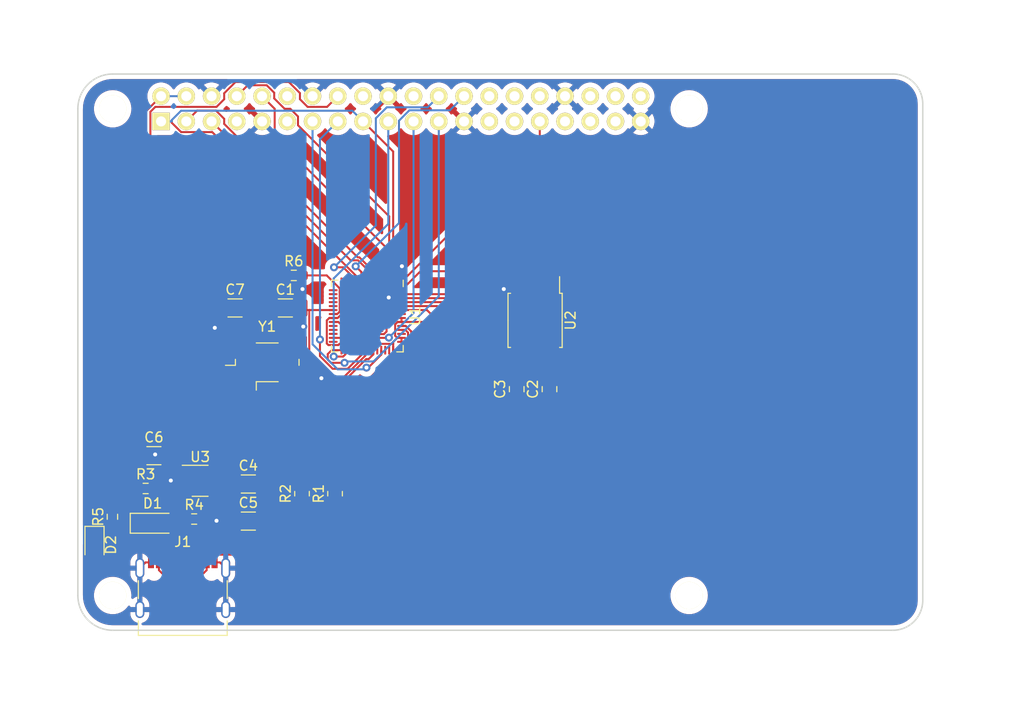
<source format=kicad_pcb>
(kicad_pcb (version 20211014) (generator pcbnew)
  (layers (0 "F.Cu" signal) (31 "B.Cu" signal) (34 "B.Paste" user) (35 "F.Paste" user) (36 "B.SilkS" user "B.Silkscreen") (37 "F.SilkS" user "F.Silkscreen") (38 "B.Mask" user) (39 "F.Mask" user) (44 "Edge.Cuts" user))
  (net 0 "")
  (net 14 "Net-(U1-Pad23)")
  (net 22 "GPIO2")
  (net 23 "GPIO6")
  (net 24 "GPIO4")
  (net 25 "GPIO3")
  (net 26 "GPIO5")
  (net 27 "GND")
  (net 32 "USB_DP")
  (net 33 "USB_DM")
  (net 34 "VBUS")
  (net 35 "Net-(U1-Pad47)")
  (net 36 "Net-(U1-Pad46)")
  (net 37 "RUN")
  (net 38 "QSPI_SCLK")
  (net 39 "QSPI_SS")
  (net 40 "QSPI_SD1")
  (net 41 "QSPI_SD2")
  (net 42 "QSPI_SD0")
  (net 43 "QSPI_SD3")
  (net 44 "VSYS")
  (net 45 "Net-(R3-Pad2)")
  (net 47 "+3V3")
  (net 48 "GPIO8")
  (net 49 "GPIO11")
  (net 50 "GPIO7")
  (net 51 "GPIO17")
  (net 52 "GPIO18")
  (net 53 "GPIO27")
  (net 54 "GPIO23")
  (net 55 "GPIO22")
  (net 56 "I2C0_SCL")
  (net 57 "I2C0_SDA")
  (net 58 "SPI0_SCK")
  (net 59 "SPI0_MISO")
  (net 60 "RX")
  (net 61 "TX")
  (net 62 "SPI0_MOSI")
  (net 63 "SPI0_SS")
  (net 64 "SPI1_MOSI")
  (net 65 "SPI1_SCK")
  (net 66 "SPI1_SS")
  (net 67 "SPI1_MISO")
  (net 68 "GPIO21")
  (net 69 "GPIO20")
  (net 70 "GPIO10")
  (net 71 "GPIO9")
  (net 72 "Net-(D2-Pad1)")
  (net 73 "GPIO25")
  (net 74 "XIN")
  (net 75 "Net-(C7-Pad2)")
  (net 76 "XOUT")
  (footprint "Resistor_SMD:R_0603_1608Metric_Pad0.98x0.95mm_HandSolder" (layer "F.Cu") (at 112.3 105.75 90)
    (fp_text reference "R5")
    (fp_text value "470R")
  )
  (footprint "Resistor_SMD:R_0603_1608Metric_Pad0.98x0.95mm_HandSolder" (layer "F.Cu") (at 130.55 81.45)
    (fp_text reference "R6")
    (fp_text value "1K")
  )
  (footprint "Resistor_SMD:R_0603_1608Metric_Pad0.98x0.95mm_HandSolder" (layer "F.Cu") (at 115.645 102.9)
    (fp_text reference "R3")
    (fp_text value "10K")
  )
  (footprint "LED_SMD:LED_0805_2012Metric_Pad1.15x1.40mm_HandSolder" (layer "F.Cu") (at 110.5 108.575 -90)
    (fp_text reference "D2")
    (fp_text value "GREEN")
  )
  (footprint "Package_DFN_QFN:QFN-56-1EP_7x7mm_P0.4mm_EP3.2x3.2mm" (layer "F.Cu") (at 137.9474 85.5372 -90)
    (fp_text reference "U1")
    (fp_text value "RP2040")
  )
  (footprint "Resistor_SMD:R_0603_1608Metric_Pad0.98x0.95mm_HandSolder" (layer "F.Cu") (at 120.525 105.975)
    (fp_text reference "R4")
    (fp_text value "10K")
  )
  (footprint "Capacitor_SMD:C_0805_2012Metric_Pad1.18x1.45mm_HandSolder" (layer "F.Cu") (at 152.975 92.9 90)
    (fp_text reference "C3")
    (fp_text value "100n")
  )
  (footprint "Resistor_SMD:R_0805_2012Metric_Pad1.20x1.40mm_HandSolder" (layer "F.Cu") (at 131.375 103.425 90)
    (fp_text reference "R2")
    (fp_text value "27R")
  )
  (footprint "Package_SO:SOIC-8_5.23x5.23mm_P1.27mm" (layer "F.Cu") (at 154.825 85.975 -90)
    (fp_text reference "U2")
    (fp_text value "W25Q32JVSS")
  )
  (footprint "Raspberry-Pi-4-library-for-kicad:raspberrypi_2_3" (layer "F.Cu") (at 141.3256 64.674)
    (fp_text reference "RP1")
    (fp_text value "Raspberry_Pi_2_3")
    (fp_line (start 52.5 49.5) (end 52.5 -0.5) (layer "Edge.Cuts") (width 0.15))
    (fp_line (start -29 52.5) (end 49.5 52.5) (layer "Edge.Cuts") (width 0.15))
    (fp_line (start 49.5 -3.5) (end -29 -3.5) (layer "Edge.Cuts") (width 0.15))
    (fp_line (start -32.5 49) (end -32.5 0) (layer "Edge.Cuts") (width 0.15))
    (fp_arc (start 52.5 49.5) (mid 51.62132 51.62132) (end 49.5 52.5) (layer "Edge.Cuts") (width 0.15))
    (fp_arc (start 49.5 -3.5) (mid 51.62132 -2.62132) (end 52.5 -0.5) (layer "Edge.Cuts") (width 0.15))
    (fp_arc (start -29 52.5) (mid -31.474874 51.474874) (end -32.5 49) (layer "Edge.Cuts") (width 0.15))
    (fp_arc (start -32.5 0) (mid -31.474874 -2.474874) (end -29 -3.5) (layer "Edge.Cuts") (width 0.15))
  )
  (footprint "Resistor_SMD:R_0805_2012Metric_Pad1.20x1.40mm_HandSolder" (layer "F.Cu") (at 134.7 103.425 90)
    (fp_text reference "R1")
    (fp_text value "27R")
  )
  (footprint "Capacitor_SMD:C_1206_3216Metric_Pad1.33x1.80mm_HandSolder" (layer "F.Cu") (at 124.6375 84.725)
    (fp_text reference "C7")
    (fp_text value "15p")
  )
  (footprint "Capacitor_SMD:C_0805_2012Metric_Pad1.18x1.45mm_HandSolder" (layer "F.Cu") (at 156.275 92.9 90)
    (fp_text reference "C2")
    (fp_text value "2.2u")
  )
  (footprint "Capacitor_SMD:C_1206_3216Metric_Pad1.33x1.80mm_HandSolder" (layer "F.Cu") (at 129.7 84.725)
    (fp_text reference "C1")
    (fp_text value "15p")
  )
  (footprint "Diode_SMD:D_SOD-123" (layer "F.Cu") (at 116.345 106.4)
    (fp_text reference "D1")
    (fp_text value "MBR0540")
  )
  (footprint "Capacitor_SMD:C_1206_3216Metric_Pad1.33x1.80mm_HandSolder" (layer "F.Cu") (at 125.975 106.1838)
    (fp_text reference "C5")
    (fp_text value "10u")
  )
  (footprint "Capacitor_SMD:C_1206_3216Metric_Pad1.33x1.80mm_HandSolder" (layer "F.Cu") (at 125.975 102.45)
    (fp_text reference "C4")
    (fp_text value "10u")
  )
  (footprint "Capacitor_SMD:C_1206_3216Metric_Pad1.33x1.80mm_HandSolder" (layer "F.Cu") (at 116.475 99.6)
    (fp_text reference "C6")
    (fp_text value "10u")
  )
  (footprint "Package_TO_SOT_SMD:SOT-23-5" (layer "F.Cu") (at 121.125 102.125)
    (fp_text reference "U3")
    (fp_text value "AP2112K-3.3")
  )
  (footprint "Connector_USB:USB_C_Receptacle_Palconn_UTC16-G" (layer "F.Cu") (at 119.38 112.8522)
    (fp_text reference "J1")
    (fp_text value "USB_C_Receptacle_USB2.0")
  )
  (footprint "Crystal:Crystal_SMD_0603-4Pin_6.0x3.5mm_HandSoldering" (layer "F.Cu") (at 127.875 90.2)
    (fp_text reference "Y1")
    (fp_text value "12MHz")
  )
  (segment (start 136.2481 87.358) (end 135.0273 86.1372) (width 0.2) (layer "F.Cu") (net 14))
  (segment (start 139.622 87.358) (end 136.2481 87.358) (width 0.2) (layer "F.Cu") (net 14))
  (segment (start 141.3849 85.3372) (end 140.9425 85.3372) (width 0.2) (layer "F.Cu") (net 14))
  (segment (start 139.8829 87.0971) (end 139.622 87.358) (width 0.2) (layer "F.Cu") (net 14))
  (segment (start 135.0273 86.1372) (end 134.5099 86.1372) (width 0.2) (layer "F.Cu") (net 14))
  (segment (start 140.9425 85.3372) (end 139.8829 86.3968) (width 0.2) (layer "F.Cu") (net 14))
  (segment (start 139.8829 86.3968) (end 139.8829 87.0971) (width 0.2) (layer "F.Cu") (net 14))
  (segment (start 137.7474 82.4984) (end 138.0128 82.7638) (width 0.2) (layer "F.Cu") (net 23))
  (segment (start 155.2956 68.189) (end 155.2956 65.944) (width 0.2) (layer "F.Cu") (net 23))
  (segment (start 140.7208 82.7638) (end 155.2956 68.189) (width 0.2) (layer "F.Cu") (net 23))
  (segment (start 137.7474 82.0997) (end 137.7474 82.4984) (width 0.2) (layer "F.Cu") (net 23))
  (segment (start 138.0128 82.7638) (end 140.7208 82.7638) (width 0.2) (layer "F.Cu") (net 23))
  (segment (start 122.58 110.342) (end 123.12 110.342) (width 0.2) (layer "F.Cu") (net 27))
  (segment (start 115.64 110.342) (end 115.06 110.922) (width 0.2) (layer "F.Cu") (net 27))
  (segment (start 116.18 110.342) (end 115.64 110.342) (width 0.2) (layer "F.Cu") (net 27))
  (segment (start 123.12 110.342) (end 123.7 110.922) (width 0.2) (layer "F.Cu") (net 27))
  (via (at 122.6 86.725) (size 0.8) (drill 0.4) (layers "F.Cu" "B.Cu") (net 27))
  (via (at 131.425 82.825) (size 0.8) (drill 0.4) (layers "F.Cu" "B.Cu") (net 27))
  (via (at 151.675 82.825) (size 0.8) (drill 0.4) (layers "F.Cu" "B.Cu") (net 27))
  (via (at 141.425 80.525) (size 0.8) (drill 0.4) (layers "F.Cu" "B.Cu") (net 27))
  (via (at 131.5 86.6) (size 0.8) (drill 0.4) (layers "F.Cu" "B.Cu") (net 27))
  (via (at 118.175 102.1) (size 0.8) (drill 0.4) (layers "F.Cu" "B.Cu") (net 27))
  (via (at 140.1 83.675) (size 0.8) (drill 0.4) (layers "F.Cu" "B.Cu") (net 27))
  (via (at 122.775 106.15) (size 0.8) (drill 0.4) (layers "F.Cu" "B.Cu") (net 27))
  (via (at 133.325 91.8) (size 0.8) (drill 0.4) (layers "F.Cu" "B.Cu") (net 27))
  (via (at 116.6 99.475) (size 0.8) (drill 0.4) (layers "F.Cu" "B.Cu") (net 27))
  (segment (start 120.13 109.562) (end 129.563 109.562) (width 0.2) (layer "F.Cu") (net 32))
  (segment (start 120.13 110.3422) (end 120.13 109.562) (width 0.2) (layer "F.Cu") (net 32))
  (segment (start 120.13 111.122) (end 120.13 110.3422) (width 0.2) (layer "F.Cu") (net 32))
  (segment (start 119.13 110.3422) (end 119.13 111.122) (width 0.2) (layer "F.Cu") (net 32))
  (segment (start 119.13 111.122) (end 120.13 111.122) (width 0.2) (layer "F.Cu") (net 32))
  (segment (start 119.13 110.342) (end 119.13 110.3422) (width 0.2) (layer "F.Cu") (net 32))
  (segment (start 129.563 109.562) (end 134.7 104.425) (width 0.2) (layer "F.Cu") (net 32))
  (segment (start 126.738 109.062) (end 131.375 104.425) (width 0.2) (layer "F.Cu") (net 33))
  (segment (start 118.63 109.562) (end 119.63 109.562) (width 0.2) (layer "F.Cu") (net 33))
  (segment (start 118.63 110.342) (end 118.63 109.562) (width 0.2) (layer "F.Cu") (net 33))
  (segment (start 118.63 110.342) (end 118.63 110.3422) (width 0.2) (layer "F.Cu") (net 33))
  (segment (start 120.13 109.062) (end 126.738 109.062) (width 0.2) (layer "F.Cu") (net 33))
  (segment (start 119.63 109.562) (end 120.13 109.062) (width 0.2) (layer "F.Cu") (net 33))
  (segment (start 119.63 110.342) (end 119.63 109.562) (width 0.2) (layer "F.Cu") (net 33))
  (segment (start 119.63 110.342) (end 119.63 110.3422) (width 0.2) (layer "F.Cu") (net 33))
  (segment (start 119.6125 105.975) (end 119.4 106.1875) (width 0.2) (layer "F.Cu") (net 34))
  (segment (start 119.188 106.4) (end 119.4 106.188) (width 0.2) (layer "F.Cu") (net 34))
  (segment (start 117.995 106.4) (end 117.345 106.4) (width 0.2) (layer "F.Cu") (net 34))
  (segment (start 117.299 111.442) (end 121.461 111.442) (width 0.2) (layer "F.Cu") (net 34))
  (segment (start 121.78 111.122) (end 121.78 110.3422) (width 0.2) (layer "F.Cu") (net 34))
  (segment (start 117.995 106.4) (end 119.188 106.4) (width 0.2) (layer "F.Cu") (net 34))
  (segment (start 119.4 106.1875) (end 119.4 106.188) (width 0.2) (layer "F.Cu") (net 34))
  (segment (start 116.98 110.3422) (end 116.98 111.122) (width 0.2) (layer "F.Cu") (net 34))
  (segment (start 117.345 106.4) (end 116.98 106.765) (width 0.2) (layer "F.Cu") (net 34))
  (segment (start 116.98 111.122) (end 117.299 111.442) (width 0.2) (layer "F.Cu") (net 34))
  (segment (start 116.98 106.765) (end 116.98 110.3422) (width 0.2) (layer "F.Cu") (net 34))
  (segment (start 121.78 110.3422) (end 121.78 110.342) (width 0.2) (layer "F.Cu") (net 34))
  (segment (start 121.461 111.442) (end 121.78 111.122) (width 0.2) (layer "F.Cu") (net 34))
  (segment (start 141.385 86.5372) (end 141.3849 86.5372) (width 0.2) (layer "F.Cu") (net 35))
  (segment (start 142.366 87.0877) (end 142.366 94.7594) (width 0.2) (layer "F.Cu") (net 35))
  (segment (start 142.366 94.7594) (end 134.7 102.425) (width 0.2) (layer "F.Cu") (net 35))
  (segment (start 141.385 86.5372) (end 141.815 86.5372) (width 0.2) (layer "F.Cu") (net 35))
  (segment (start 141.815 86.5372) (end 142.366 87.0877) (width 0.2) (layer "F.Cu") (net 35))
  (segment (start 142.044 91.7556) (end 142.044 87.2052) (width 0.2) (layer "F.Cu") (net 36))
  (segment (start 141.776 86.9372) (end 141.385 86.9372) (width 0.2) (layer "F.Cu") (net 36))
  (segment (start 142.044 87.2052) (end 141.776 86.9372) (width 0.2) (layer "F.Cu") (net 36))
  (segment (start 131.375 102.425) (end 142.044 91.7556) (width 0.2) (layer "F.Cu") (net 36))
  (segment (start 141.385 86.9372) (end 141.3849 86.9372) (width 0.2) (layer "F.Cu") (net 36))
  (segment (start 144.9633 84.5372) (end 151.021 90.5949) (width 0.2) (layer "F.Cu") (net 38))
  (segment (start 153.2708 90.5949) (end 154.19 89.6757) (width 0.2) (layer "F.Cu") (net 38))
  (segment (start 154.19 89.6757) (end 154.19 89.575) (width 0.2) (layer "F.Cu") (net 38))
  (segment (start 141.3849 84.5372) (end 144.9633 84.5372) (width 0.2) (layer "F.Cu") (net 38))
  (segment (start 151.021 90.5949) (end 153.2708 90.5949) (width 0.2) (layer "F.Cu") (net 38))
  (segment (start 143.2952 81.0269) (end 155.4812 81.0269) (width 0.2) (layer "F.Cu") (net 39))
  (segment (start 155.4812 81.0269) (end 156.73 82.2757) (width 0.2) (layer "F.Cu") (net 39))
  (segment (start 156.73 82.2757) (end 156.73 82.375) (width 0.2) (layer "F.Cu") (net 39))
  (segment (start 141.3849 82.9372) (end 143.2952 81.0269) (width 0.2) (layer "F.Cu") (net 39))
  (segment (start 154.5477 81.3652) (end 155.46 82.2775) (width 0.2) (layer "F.Cu") (net 40))
  (segment (start 149.8713 83.3372) (end 151.8433 81.3652) (width 0.2) (layer "F.Cu") (net 40))
  (segment (start 151.8433 81.3652) (end 154.5477 81.3652) (width 0.2) (layer "F.Cu") (net 40))
  (segment (start 141.3849 83.3372) (end 149.8713 83.3372) (width 0.2) (layer "F.Cu") (net 40))
  (segment (start 155.46 82.2775) (end 155.46 82.375) (width 0.2) (layer "F.Cu") (net 40))
  (segment (start 154.19 82.4493) (end 154.19 82.375) (width 0.2) (layer "F.Cu") (net 41))
  (segment (start 141.3849 83.7372) (end 152.9021 83.7372) (width 0.2) (layer "F.Cu") (net 41))
  (segment (start 152.9021 83.7372) (end 154.19 82.4493) (width 0.2) (layer "F.Cu") (net 41))
  (segment (start 141.3849 84.1372) (end 147.4822 84.1372) (width 0.2) (layer "F.Cu") (net 42))
  (segment (start 147.4822 84.1372) (end 152.92 89.575) (width 0.2) (layer "F.Cu") (net 42))
  (segment (start 155.46 89.6499) (end 155.46 89.575) (width 0.2) (layer "F.Cu") (net 43))
  (segment (start 149.9544 90.9436) (end 154.1663 90.9436) (width 0.2) (layer "F.Cu") (net 43))
  (segment (start 154.1663 90.9436) (end 155.46 89.6499) (width 0.2) (layer "F.Cu") (net 43))
  (segment (start 141.3849 84.9372) (end 143.948 84.9372) (width 0.2) (layer "F.Cu") (net 43))
  (segment (start 143.948 84.9372) (end 149.9544 90.9436) (width 0.2) (layer "F.Cu") (net 43))
  (segment (start 115.1053 99.793) (end 115.2985 99.986) (width 0.2) (layer "F.Cu") (net 44))
  (segment (start 114.9123 99.6002) (end 114.912 99.6) (width 0.2) (layer "F.Cu") (net 44))
  (segment (start 119.9875 101.175) (end 119.988 101.175) (width 0.2) (layer "F.Cu") (net 44))
  (segment (start 114.9123 99.6002) (end 115.1053 99.793) (width 0.2) (layer "F.Cu") (net 44))
  (segment (start 115.685 100.372) (end 115.2985 99.986) (width 0.2) (layer "F.Cu") (net 44))
  (segment (start 116.458 101.175) (end 119.9875 101.175) (width 0.2) (layer "F.Cu") (net 44))
  (segment (start 114.7323 102.8998) (end 114.732 102.9) (width 0.2) (layer "F.Cu") (net 44))
  (segment (start 117.1958 63.404) (end 117.196 63.4042) (width 0.2) (layer "F.Cu") (net 44))
  (segment (start 114.9125 99.6) (end 114.9123 99.6002) (width 0.2) (layer "F.Cu") (net 44))
  (segment (start 116.458 101.145) (end 116.458 101.175) (width 0.2) (layer "F.Cu") (net 44))
  (segment (start 114.695 105.6) (end 114.695 106.4) (width 0.2) (layer "F.Cu") (net 44))
  (segment (start 114.912 99.6) (end 114.9123 99.6002) (width 0.2) (layer "F.Cu") (net 44))
  (segment (start 115.2985 99.986) (end 115.685 100.372) (width 0.2) (layer "F.Cu") (net 44))
  (segment (start 115.685 100.372) (end 116.458 101.145) (width 0.2) (layer "F.Cu") (net 44))
  (segment (start 115.2985 99.986) (end 115.1053 99.793) (width 0.2) (layer "F.Cu") (net 44))
  (segment (start 114.7325 102.9) (end 114.7323 102.8998) (width 0.2) (layer "F.Cu") (net 44))
  (segment (start 117.1956 63.404) (end 117.1958 63.404) (width 0.2) (layer "F.Cu") (net 44))
  (segment (start 114.732 105.562) (end 114.695 105.6) (width 0.2) (layer "F.Cu") (net 44))
  (segment (start 115.1053 99.793) (end 114.9123 99.6002) (width 0.2) (layer "F.Cu") (net 44))
  (segment (start 114.732 102.9) (end 114.732 105.562) (width 0.2) (layer "F.Cu") (net 44))
  (segment (start 116.458 101.175) (end 114.7323 102.8998) (width 0.2) (layer "F.Cu") (net 44))
  (segment (start 114.912 65.6871) (end 117.196 63.4042) (width 0.2) (layer "F.Cu") (net 44))
  (segment (start 114.912 99.6) (end 114.912 65.6871) (width 0.2) (layer "F.Cu") (net 44))
  (segment (start 119.7356 63.404) (end 119.736 63.404) (width 0.2) (layer "B.Cu") (net 44))
  (segment (start 117.196 63.404) (end 119.7356 63.404) (width 0.2) (layer "B.Cu") (net 44))
  (segment (start 117.196 63.404) (end 117.1956 63.404) (width 0.2) (layer "B.Cu") (net 44))
  (segment (start 119.988 103.075) (end 119.9875 103.075) (width 0.2) (layer "F.Cu") (net 45))
  (segment (start 116.5575 102.9005) (end 116.5575 102.9) (width 0.2) (layer "F.Cu") (net 45))
  (segment (start 119.9875 103.075) (end 116.732 103.075) (width 0.2) (layer "F.Cu") (net 45))
  (segment (start 116.645 102.988) (end 116.5575 102.9005) (width 0.2) (layer "F.Cu") (net 45))
  (segment (start 116.732 103.075) (end 116.645 102.988) (width 0.2) (layer "F.Cu") (net 45))
  (segment (start 140.5474 88.1491) (end 140.5474 88.3368) (width 0.2) (layer "F.Cu") (net 47))
  (segment (start 135.0264 88.4582) (end 134.0228 88.4582) (width 0.2) (layer "F.Cu") (net 47))
  (segment (start 136.9474 88.4928) (end 136.7914 88.3368) (width 0.2) (layer "F.Cu") (net 47))
  (segment (start 140.5474 82.0997) (end 140.5474 68.9758) (width 0.2) (layer "F.Cu") (net 47))
  (segment (start 140.9593 87.7372) (end 140.5474 88.1491) (width 0.2) (layer "F.Cu") (net 47))
  (segment (start 136.9474 82.0997) (end 136.9474 81.6269) (width 0.2) (layer "F.Cu") (net 47))
  (segment (start 140.747 86.3835) (end 140.747 87.5249) (width 0.2) (layer "F.Cu") (net 47))
  (segment (start 136.9474 81.6269) (end 122.3396 67.0191) (width 0.2) (layer "F.Cu") (net 47))
  (segment (start 156.275 91.8625) (end 156.275 90.03) (width 0.2) (layer "F.Cu") (net 47))
  (segment (start 140.5474 88.3368) (end 137.1034 88.3368) (width 0.2) (layer "F.Cu") (net 47))
  (segment (start 140.9933 86.1372) (end 140.747 86.3835) (width 0.2) (layer "F.Cu") (net 47))
  (segment (start 122.3396 67.0191) (end 119.2113 67.0191) (width 0.2) (layer "F.Cu") (net 47))
  (segment (start 152.975 91.8625) (end 150.1601 91.8625) (width 0.2) (layer "F.Cu") (net 47))
  (segment (start 140.9593 87.7372) (end 141.3849 87.7372) (width 0.2) (layer "F.Cu") (net 47))
  (segment (start 136.9474 82.9334) (end 136.9474 82.0997) (width 0.2) (layer "F.Cu") (net 47))
  (segment (start 140.5474 68.9758) (end 137.5156 65.944) (width 0.2) (layer "F.Cu") (net 47))
  (segment (start 130.7412 99.2251) (end 127.6374 99.2251) (width 0.2) (layer "F.Cu") (net 47))
  (segment (start 118.2707 66.0785) (end 118.2707 65.944) (width 0.2) (layer "F.Cu") (net 47))
  (segment (start 150.1601 91.8625) (end 144.4348 86.1372) (width 0.2) (layer "F.Cu") (net 47))
  (segment (start 140.5474 88.3368) (end 140.5474 88.9747) (width 0.2) (layer "F.Cu") (net 47))
  (segment (start 133.8699 88.3053) (end 133.8699 85.9785) (width 0.2) (layer "F.Cu") (net 47))
  (segment (start 119.2113 67.0191) (end 118.2707 66.0785) (width 0.2) (layer "F.Cu") (net 47))
  (segment (start 134.1112 85.7372) (end 134.5099 85.7372) (width 0.2) (layer "F.Cu") (net 47))
  (segment (start 136.9474 88.4928) (end 136.9474 88.9747) (width 0.2) (layer "F.Cu") (net 47))
  (segment (start 136.7914 88.3368) (end 135.1478 88.3368) (width 0.2) (layer "F.Cu") (net 47))
  (segment (start 134.9632 85.7372) (end 135.9972 84.7032) (width 0.2) (layer "F.Cu") (net 47))
  (segment (start 141.3849 87.7372) (end 141.3849 88.1372) (width 0.2) (layer "F.Cu") (net 47))
  (segment (start 156.275 90.03) (end 156.73 89.575) (width 0.2) (layer "F.Cu") (net 47))
  (segment (start 135.9972 84.7032) (end 135.9972 83.8836) (width 0.2) (layer "F.Cu") (net 47))
  (segment (start 134.5099 85.7372) (end 134.9632 85.7372) (width 0.2) (layer "F.Cu") (net 47))
  (segment (start 141.3849 86.1372) (end 141.3849 85.7372) (width 0.2) (layer "F.Cu") (net 47))
  (segment (start 127.6374 99.2251) (end 124.4125 102.45) (width 0.2) (layer "F.Cu") (net 47))
  (segment (start 123.5375 102.45) (end 122.2625 101.175) (width 0.2) (layer "F.Cu") (net 47))
  (segment (start 140.5474 88.9747) (end 140.5474 89.4189) (width 0.2) (layer "F.Cu") (net 47))
  (segment (start 156.275 91.8625) (end 152.975 91.8625) (width 0.2) (layer "F.Cu") (net 47))
  (segment (start 137.1034 88.3368) (end 136.9474 88.4928) (width 0.2) (layer "F.Cu") (net 47))
  (segment (start 144.4348 86.1372) (end 141.3849 86.1372) (width 0.2) (layer "F.Cu") (net 47))
  (segment (start 117.1956 65.944) (end 118.2707 65.944) (width 0.2) (layer "F.Cu") (net 47))
  (segment (start 134.0228 88.4582) (end 133.8699 88.3053) (width 0.2) (layer "F.Cu") (net 47))
  (segment (start 141.3849 86.1372) (end 140.9933 86.1372) (width 0.2) (layer "F.Cu") (net 47))
  (segment (start 140.747 87.5249) (end 140.9593 87.7372) (width 0.2) (layer "F.Cu") (net 47))
  (segment (start 124.4125 102.45) (end 123.5375 102.45) (width 0.2) (layer "F.Cu") (net 47))
  (segment (start 133.8699 85.9785) (end 134.1112 85.7372) (width 0.2) (layer "F.Cu") (net 47))
  (segment (start 140.5474 89.4189) (end 130.7412 99.2251) (width 0.2) (layer "F.Cu") (net 47))
  (segment (start 135.1478 88.3368) (end 135.0264 88.4582) (width 0.2) (layer "F.Cu") (net 47))
  (segment (start 124.4125 106.1838) (end 124.4125 102.45) (width 0.2) (layer "F.Cu") (net 47))
  (segment (start 135.9972 83.8836) (end 136.9474 82.9334) (width 0.2) (layer "F.Cu") (net 47))
  (segment (start 118.2707 65.8095) (end 118.2707 65.944) (width 0.2) (layer "B.Cu") (net 47))
  (segment (start 119.2113 64.8689) (end 118.2707 65.8095) (width 0.2) (layer "B.Cu") (net 47))
  (segment (start 117.1956 65.944) (end 118.2707 65.944) (width 0.2) (layer "B.Cu") (net 47))
  (segment (start 137.5156 65.944) (end 136.4405 64.8689) (width 0.2) (layer "B.Cu") (net 47))
  (segment (start 136.4405 64.8689) (end 119.2113 64.8689) (width 0.2) (layer "B.Cu") (net 47))
  (segment (start 136.5474 82.0997) (end 136.5474 81.6514) (width 0.2) (layer "F.Cu") (net 48))
  (segment (start 135.5286 80.6326) (end 134.5959 80.6326) (width 0.2) (layer "F.Cu") (net 48))
  (segment (start 136.5474 81.6514) (end 135.5286 80.6326) (width 0.2) (layer "F.Cu") (net 48))
  (via (at 134.5959 80.6326) (size 0.8) (drill 0.4) (layers "F.Cu" "B.Cu") (net 48))
  (segment (start 144.0157 64.5239) (end 145.1356 63.404) (width 0.2) (layer "B.Cu") (net 48))
  (segment (start 138.8031 65.6274) (end 139.9066 64.5239) (width 0.2) (layer "B.Cu") (net 48))
  (segment (start 138.8031 76.4254) (end 138.8031 65.6274) (width 0.2) (layer "B.Cu") (net 48))
  (segment (start 134.5959 80.6326) (end 138.8031 76.4254) (width 0.2) (layer "B.Cu") (net 48))
  (segment (start 139.9066 64.5239) (end 144.0157 64.5239) (width 0.2) (layer "B.Cu") (net 48))
  (segment (start 137.3474 82.0997) (end 137.3474 81.1054) (width 0.2) (layer "F.Cu") (net 50))
  (segment (start 137.3474 81.1054) (end 136.7754 80.5334) (width 0.2) (layer "F.Cu") (net 50))
  (via (at 136.7754 80.5334) (size 0.8) (drill 0.4) (layers "F.Cu" "B.Cu") (net 50))
  (segment (start 141.1308 76.178) (end 141.1308 65.8745) (width 0.2) (layer "B.Cu") (net 50))
  (segment (start 136.7754 80.5334) (end 141.1308 76.178) (width 0.2) (layer "B.Cu") (net 50))
  (segment (start 142.1812 64.8241) (end 146.2555 64.8241) (width 0.2) (layer "B.Cu") (net 50))
  (segment (start 141.1308 65.8745) (end 142.1812 64.8241) (width 0.2) (layer "B.Cu") (net 50))
  (segment (start 146.2555 64.8241) (end 147.6756 63.404) (width 0.2) (layer "B.Cu") (net 50))
  (segment (start 139.3474 88.9747) (end 139.3474 89.4275) (width 0.2) (layer "F.Cu") (net 53))
  (segment (start 138.045 90.7299) (end 137.8597 90.7299) (width 0.2) (layer "F.Cu") (net 53))
  (segment (start 139.3474 89.4275) (end 138.045 90.7299) (width 0.2) (layer "F.Cu") (net 53))
  (via (at 137.8597 90.7299) (size 0.8) (drill 0.4) (layers "F.Cu" "B.Cu") (net 53))
  (segment (start 132.4356 88.3819) (end 132.4356 65.944) (width 0.2) (layer "B.Cu") (net 53))
  (segment (start 137.8597 90.7299) (end 137.683 90.9066) (width 0.2) (layer "B.Cu") (net 53))
  (segment (start 134.9603 90.9066) (end 132.4356 88.3819) (width 0.2) (layer "B.Cu") (net 53))
  (segment (start 137.683 90.9066) (end 134.9603 90.9066) (width 0.2) (layer "B.Cu") (net 53))
  (segment (start 116.1204 85.3467) (end 123.7739 93.0002) (width 0.2) (layer "F.Cu") (net 54))
  (segment (start 131.9373 64.4792) (end 131.1656 63.7075) (width 0.2) (layer "F.Cu") (net 54))
  (segment (start 116.1204 64.9751) (end 116.1204 85.3467) (width 0.2) (layer "F.Cu") (net 54))
  (segment (start 130.0511 61.9777) (end 124.6776 61.9777) (width 0.2) (layer "F.Cu") (net 54))
  (segment (start 134.2733 93.0002) (end 137.7474 89.5261) (width 0.2) (layer "F.Cu") (net 54))
  (segment (start 116.6163 64.4792) (end 116.1204 64.9751) (width 0.2) (layer "F.Cu") (net 54))
  (segment (start 123.7739 93.0002) (end 134.2733 93.0002) (width 0.2) (layer "F.Cu") (net 54))
  (segment (start 123.5456 63.7089) (end 122.7753 64.4792) (width 0.2) (layer "F.Cu") (net 54))
  (segment (start 131.1656 63.0922) (end 130.0511 61.9777) (width 0.2) (layer "F.Cu") (net 54))
  (segment (start 131.1656 63.7075) (end 131.1656 63.0922) (width 0.2) (layer "F.Cu") (net 54))
  (segment (start 123.5456 63.1097) (end 123.5456 63.7089) (width 0.2) (layer "F.Cu") (net 54))
  (segment (start 124.6776 61.9777) (end 123.5456 63.1097) (width 0.2) (layer "F.Cu") (net 54))
  (segment (start 133.9004 64.4792) (end 131.9373 64.4792) (width 0.2) (layer "F.Cu") (net 54))
  (segment (start 137.7474 89.5261) (end 137.7474 88.9747) (width 0.2) (layer "F.Cu") (net 54))
  (segment (start 134.9756 63.404) (end 133.9004 64.4792) (width 0.2) (layer "F.Cu") (net 54))
  (segment (start 122.7753 64.4792) (end 116.6163 64.4792) (width 0.2) (layer "F.Cu") (net 54))
  (segment (start 133.18 89.5692) (end 133.18 87.9021) (width 0.2) (layer "F.Cu") (net 55))
  (segment (start 135.9599 90.8493) (end 134.4601 90.8493) (width 0.2) (layer "F.Cu") (net 55))
  (segment (start 137.3474 89.4618) (end 135.9599 90.8493) (width 0.2) (layer "F.Cu") (net 55))
  (segment (start 137.3474 88.9747) (end 137.3474 89.4618) (width 0.2) (layer "F.Cu") (net 55))
  (segment (start 134.4601 90.8493) (end 133.18 89.5692) (width 0.2) (layer "F.Cu") (net 55))
  (via (at 133.18 87.9021) (size 0.8) (drill 0.4) (layers "F.Cu" "B.Cu") (net 55))
  (segment (start 133.18 67.7396) (end 134.9756 65.944) (width 0.2) (layer "B.Cu") (net 55))
  (segment (start 133.18 87.9021) (end 133.18 67.7396) (width 0.2) (layer "B.Cu") (net 55))
  (segment (start 136.2649 79.9333) (end 122.2756 65.944) (width 0.2) (layer "F.Cu") (net 56))
  (segment (start 138.1474 81.0567) (end 137.024 79.9333) (width 0.2) (layer "F.Cu") (net 56))
  (segment (start 137.024 79.9333) (end 136.2649 79.9333) (width 0.2) (layer "F.Cu") (net 56))
  (segment (start 138.1474 82.0997) (end 138.1474 81.0567) (width 0.2) (layer "F.Cu") (net 56))
  (segment (start 137.1483 79.6332) (end 136.9836 79.6332) (width 0.2) (layer "F.Cu") (net 57))
  (segment (start 123.5456 65.6874) (end 122.7111 64.8529) (width 0.2) (layer "F.Cu") (net 57))
  (segment (start 136.9836 79.6332) (end 123.5456 66.1952) (width 0.2) (layer "F.Cu") (net 57))
  (segment (start 138.5474 82.0997) (end 138.5474 81.0323) (width 0.2) (layer "F.Cu") (net 57))
  (segment (start 122.7111 64.8529) (end 120.8267 64.8529) (width 0.2) (layer "F.Cu") (net 57))
  (segment (start 120.8267 64.8529) (end 119.7356 65.944) (width 0.2) (layer "F.Cu") (net 57))
  (segment (start 123.5456 66.1952) (end 123.5456 65.6874) (width 0.2) (layer "F.Cu") (net 57))
  (segment (start 138.5474 81.0323) (end 137.1483 79.6332) (width 0.2) (layer "F.Cu") (net 57))
  (segment (start 133.9659 89.3685) (end 133.9659 89.9261) (width 0.2) (layer "F.Cu") (net 58))
  (segment (start 134.2889 90.2491) (end 135.6493 90.2491) (width 0.2) (layer "F.Cu") (net 58))
  (segment (start 134.3597 88.9747) (end 133.9659 89.3685) (width 0.2) (layer "F.Cu") (net 58))
  (segment (start 135.3474 88.9747) (end 134.3597 88.9747) (width 0.2) (layer "F.Cu") (net 58))
  (segment (start 133.9659 89.9261) (end 134.2889 90.2491) (width 0.2) (layer "F.Cu") (net 58))
  (via (at 135.6493 90.2491) (size 0.8) (drill 0.4) (layers "F.Cu" "B.Cu") (net 58))
  (segment (start 138.5713 90.1121) (end 135.7863 90.1121) (width 0.2) (layer "B.Cu") (net 58))
  (segment (start 135.7863 90.1121) (end 135.6493 90.2491) (width 0.2) (layer "B.Cu") (net 58))
  (segment (start 145.1356 65.944) (end 145.1356 83.5478) (width 0.2) (layer "B.Cu") (net 58))
  (segment (start 145.1356 83.5478) (end 138.5713 90.1121) (width 0.2) (layer "B.Cu") (net 58))
  (segment (start 140.0914 87.7372) (end 140.1159 87.7127) (width 0.2) (layer "F.Cu") (net 59))
  (segment (start 134.5099 87.7372) (end 140.0914 87.7372) (width 0.2) (layer "F.Cu") (net 59))
  (via (at 140.1159 87.7127) (size 0.8) (drill 0.4) (layers "F.Cu" "B.Cu") (net 59))
  (segment (start 142.5956 85.233) (end 142.5956 65.944) (width 0.2) (layer "B.Cu") (net 59))
  (segment (start 140.1159 87.7127) (end 142.5956 85.233) (width 0.2) (layer "B.Cu") (net 59))
  (segment (start 128.6256 64.674) (end 127.3556 63.404) (width 0.2) (layer "F.Cu") (net 60))
  (segment (start 139.7474 78.5537) (end 128.6256 67.4319) (width 0.2) (layer "F.Cu") (net 60))
  (segment (start 128.6256 67.4319) (end 128.6256 64.674) (width 0.2) (layer "F.Cu") (net 60))
  (segment (start 139.7474 82.0997) (end 139.7474 78.5537) (width 0.2) (layer "F.Cu") (net 60))
  (segment (start 125.9148 62.3048) (end 124.8156 63.404) (width 0.2) (layer "F.Cu") (net 61))
  (segment (start 130.1991 64.674) (end 129.6257 64.674) (width 0.2) (layer "F.Cu") (net 61))
  (segment (start 128.5784 63.0588) (end 127.8244 62.3048) (width 0.2) (layer "F.Cu") (net 61))
  (segment (start 130.9708 66.3292) (end 130.9708 65.4457) (width 0.2) (layer "F.Cu") (net 61))
  (segment (start 140.1474 75.5058) (end 130.9708 66.3292) (width 0.2) (layer "F.Cu") (net 61))
  (segment (start 140.1474 82.0997) (end 140.1474 75.5058) (width 0.2) (layer "F.Cu") (net 61))
  (segment (start 127.8244 62.3048) (end 125.9148 62.3048) (width 0.2) (layer "F.Cu") (net 61))
  (segment (start 128.5784 63.6267) (end 128.5784 63.0588) (width 0.2) (layer "F.Cu") (net 61))
  (segment (start 130.9708 65.4457) (end 130.1991 64.674) (width 0.2) (layer "F.Cu") (net 61))
  (segment (start 129.6257 64.674) (end 128.5784 63.6267) (width 0.2) (layer "F.Cu") (net 61))
  (segment (start 135.7474 89.3865) (end 135.5169 89.617) (width 0.2) (layer "F.Cu") (net 62))
  (segment (start 135.7474 88.9747) (end 135.7474 89.3865) (width 0.2) (layer "F.Cu") (net 62))
  (segment (start 135.5169 89.617) (end 134.566 89.617) (width 0.2) (layer "F.Cu") (net 62))
  (via (at 134.566 89.617) (size 0.8) (drill 0.4) (layers "F.Cu" "B.Cu") (net 62))
  (segment (start 134.566 89.617) (end 134.566 81.7481) (width 0.2) (layer "B.Cu") (net 62))
  (segment (start 134.566 81.7481) (end 140.0556 76.2585) (width 0.2) (layer "B.Cu") (net 62))
  (segment (start 140.0556 76.2585) (end 140.0556 65.944) (width 0.2) (layer "B.Cu") (net 62))
  (segment (start 110.5 107.55) (end 110.5 106.638) (width 0.2) (layer "F.Cu") (net 72))
  (segment (start 112.3 104.838) (end 112.3 104.8375) (width 0.2) (layer "F.Cu") (net 72))
  (segment (start 110.5 106.638) (end 112.3 104.838) (width 0.2) (layer "F.Cu") (net 72))
  (segment (start 121.125 101.1454) (end 121.125 103.1677) (width 0.2) (layer "F.Cu") (net 73))
  (segment (start 121.125 103.1677) (end 118.7322 105.5605) (width 0.2) (layer "F.Cu") (net 73))
  (segment (start 126.3056 95.9648) (end 121.125 101.1454) (width 0.2) (layer "F.Cu") (net 73))
  (segment (start 117.3993 105.5605) (end 115.7347 107.2251) (width 0.2) (layer "F.Cu") (net 73))
  (segment (start 131.7333 95.9648) (end 126.3056 95.9648) (width 0.2) (layer "F.Cu") (net 73))
  (segment (start 138.5474 88.9747) (end 138.5474 89.4059) (width 0.2) (layer "F.Cu") (net 73))
  (segment (start 137.8244 89.8737) (end 131.7333 95.9648) (width 0.2) (layer "F.Cu") (net 73))
  (segment (start 112.8626 107.2251) (end 112.3 106.6625) (width 0.2) (layer "F.Cu") (net 73))
  (segment (start 118.7322 105.5605) (end 117.3993 105.5605) (width 0.2) (layer "F.Cu") (net 73))
  (segment (start 138.0796 89.8737) (end 137.8244 89.8737) (width 0.2) (layer "F.Cu") (net 73))
  (segment (start 115.7347 107.2251) (end 112.8626 107.2251) (width 0.2) (layer "F.Cu") (net 73))
  (segment (start 138.5474 89.4059) (end 138.0796 89.8737) (width 0.2) (layer "F.Cu") (net 73))
  (segment (start 134.5099 84.9372) (end 132.1062 84.9372) (width 0.2) (layer "F.Cu") (net 74))
  (segment (start 132.1062 84.9372) (end 131.4747 84.9372) (width 0.2) (layer "F.Cu") (net 74))
  (segment (start 125.225 91.75) (end 125.225 90.4999) (width 0.2) (layer "F.Cu") (net 74))
  (segment (start 131.3635 90.4999) (end 125.225 90.4999) (width 0.2) (layer "F.Cu") (net 74))
  (segment (start 131.4747 84.9372) (end 131.2625 84.725) (width 0.2) (layer "F.Cu") (net 74))
  (segment (start 132.1062 84.9372) (end 132.1062 89.7572) (width 0.2) (layer "F.Cu") (net 74))
  (segment (start 132.1062 89.7572) (end 131.3635 90.4999) (width 0.2) (layer "F.Cu") (net 74))
  (segment (start 126.2 84.725) (end 126.2312 84.6938) (width 0.2) (layer "F.Cu") (net 75))
  (segment (start 130.525 88.65) (end 128.9749 88.65) (width 0.2) (layer "F.Cu") (net 75))
  (segment (start 128.9749 87.2751) (end 128.9749 88.65) (width 0.2) (layer "F.Cu") (net 75))
  (segment (start 126.2312 84.6938) (end 126.3936 84.6938) (width 0.2) (layer "F.Cu") (net 75))
  (segment (start 126.3936 84.6938) (end 126.3937 84.6938) (width 0.2) (layer "F.Cu") (net 75))
  (segment (start 126.3937 84.6938) (end 129.6375 81.45) (width 0.2) (layer "F.Cu") (net 75))
  (segment (start 126.3937 84.6938) (end 128.9749 87.2751) (width 0.2) (layer "F.Cu") (net 75))
  (segment (start 135.1621 82.7518) (end 133.8603 81.45) (width 0.2) (layer "F.Cu") (net 76))
  (segment (start 135.1621 85.0952) (end 135.1621 82.7518) (width 0.2) (layer "F.Cu") (net 76))
  (segment (start 134.5099 85.3372) (end 134.9201 85.3372) (width 0.2) (layer "F.Cu") (net 76))
  (segment (start 133.8603 81.45) (end 131.4625 81.45) (width 0.2) (layer "F.Cu") (net 76))
  (segment (start 134.9201 85.3372) (end 135.1621 85.0952) (width 0.2) (layer "F.Cu") (net 76))
  (zone (net 27) (net_name "GND") (layer "F.Cu") (connect_pads thru_hole_only (clearance 0.508)) (min_thickness 0.254) (fill yes (thermal_gap 0.508) (thermal_bridge_width 0.508) (island_removal_mode 1) (island_area_min 0))
    (polygon (pts (xy 202.2348 55.372) (xy 201.422 126.0094) (xy 103.9368 123.063) (xy 103.0986 54.3306)))
  )
  (zone (net 27) (net_name "GND") (layer "B.Cu") (connect_pads thru_hole_only (clearance 0.508)) (min_thickness 0.254) (fill yes (thermal_gap 0.508) (thermal_bridge_width 0.508) (island_removal_mode 1) (island_area_min 0))
    (polygon (pts (xy 204.0128 54.3306) (xy 203.7842 122.5804) (xy 100.9904 125.5268) (xy 101.092 53.721)))
  )
)
</source>
